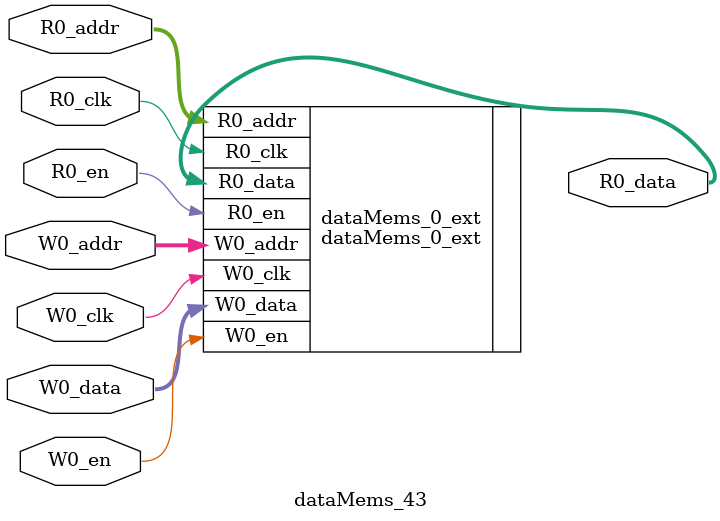
<source format=sv>
`ifndef RANDOMIZE
  `ifdef RANDOMIZE_REG_INIT
    `define RANDOMIZE
  `endif // RANDOMIZE_REG_INIT
`endif // not def RANDOMIZE
`ifndef RANDOMIZE
  `ifdef RANDOMIZE_MEM_INIT
    `define RANDOMIZE
  `endif // RANDOMIZE_MEM_INIT
`endif // not def RANDOMIZE

`ifndef RANDOM
  `define RANDOM $random
`endif // not def RANDOM

// Users can define 'PRINTF_COND' to add an extra gate to prints.
`ifndef PRINTF_COND_
  `ifdef PRINTF_COND
    `define PRINTF_COND_ (`PRINTF_COND)
  `else  // PRINTF_COND
    `define PRINTF_COND_ 1
  `endif // PRINTF_COND
`endif // not def PRINTF_COND_

// Users can define 'ASSERT_VERBOSE_COND' to add an extra gate to assert error printing.
`ifndef ASSERT_VERBOSE_COND_
  `ifdef ASSERT_VERBOSE_COND
    `define ASSERT_VERBOSE_COND_ (`ASSERT_VERBOSE_COND)
  `else  // ASSERT_VERBOSE_COND
    `define ASSERT_VERBOSE_COND_ 1
  `endif // ASSERT_VERBOSE_COND
`endif // not def ASSERT_VERBOSE_COND_

// Users can define 'STOP_COND' to add an extra gate to stop conditions.
`ifndef STOP_COND_
  `ifdef STOP_COND
    `define STOP_COND_ (`STOP_COND)
  `else  // STOP_COND
    `define STOP_COND_ 1
  `endif // STOP_COND
`endif // not def STOP_COND_

// Users can define INIT_RANDOM as general code that gets injected into the
// initializer block for modules with registers.
`ifndef INIT_RANDOM
  `define INIT_RANDOM
`endif // not def INIT_RANDOM

// If using random initialization, you can also define RANDOMIZE_DELAY to
// customize the delay used, otherwise 0.002 is used.
`ifndef RANDOMIZE_DELAY
  `define RANDOMIZE_DELAY 0.002
`endif // not def RANDOMIZE_DELAY

// Define INIT_RANDOM_PROLOG_ for use in our modules below.
`ifndef INIT_RANDOM_PROLOG_
  `ifdef RANDOMIZE
    `ifdef VERILATOR
      `define INIT_RANDOM_PROLOG_ `INIT_RANDOM
    `else  // VERILATOR
      `define INIT_RANDOM_PROLOG_ `INIT_RANDOM #`RANDOMIZE_DELAY begin end
    `endif // VERILATOR
  `else  // RANDOMIZE
    `define INIT_RANDOM_PROLOG_
  `endif // RANDOMIZE
`endif // not def INIT_RANDOM_PROLOG_

// Include register initializers in init blocks unless synthesis is set
`ifndef SYNTHESIS
  `ifndef ENABLE_INITIAL_REG_
    `define ENABLE_INITIAL_REG_
  `endif // not def ENABLE_INITIAL_REG_
`endif // not def SYNTHESIS

// Include rmemory initializers in init blocks unless synthesis is set
`ifndef SYNTHESIS
  `ifndef ENABLE_INITIAL_MEM_
    `define ENABLE_INITIAL_MEM_
  `endif // not def ENABLE_INITIAL_MEM_
`endif // not def SYNTHESIS

module dataMems_43(	// @[generators/ara/src/main/scala/UnsafeAXI4ToTL.scala:365:62]
  input  [4:0]   R0_addr,
  input          R0_en,
  input          R0_clk,
  output [258:0] R0_data,
  input  [4:0]   W0_addr,
  input          W0_en,
  input          W0_clk,
  input  [258:0] W0_data
);

  dataMems_0_ext dataMems_0_ext (	// @[generators/ara/src/main/scala/UnsafeAXI4ToTL.scala:365:62]
    .R0_addr (R0_addr),
    .R0_en   (R0_en),
    .R0_clk  (R0_clk),
    .R0_data (R0_data),
    .W0_addr (W0_addr),
    .W0_en   (W0_en),
    .W0_clk  (W0_clk),
    .W0_data (W0_data)
  );
endmodule


</source>
